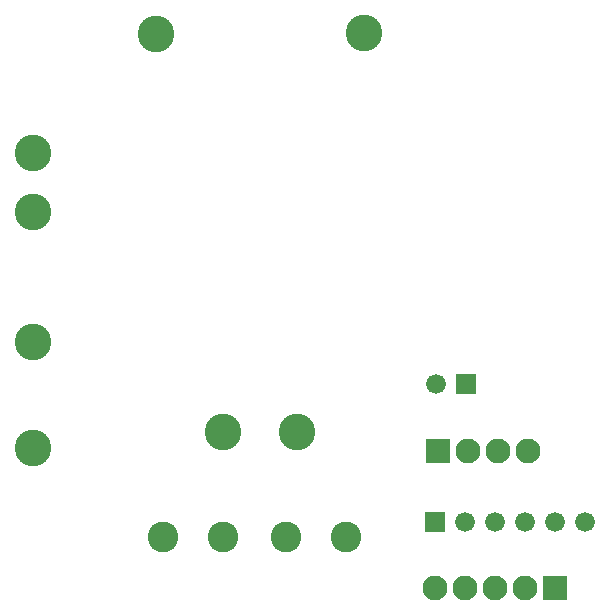
<source format=gbs>
G04 Layer: BottomSolderMaskLayer*
G04 EasyEDA v6.5.46, 2024-09-20 08:35:55*
G04 a7edf335d4994be98b658af7e20cc970,64d3660010d149859882a44b8c89f403,10*
G04 Gerber Generator version 0.2*
G04 Scale: 100 percent, Rotated: No, Reflected: No *
G04 Dimensions in millimeters *
G04 leading zeros omitted , absolute positions ,4 integer and 5 decimal *
%FSLAX45Y45*%
%MOMM*%

%AMMACRO1*4,1,8,-0.8085,-0.8382,-0.8382,-0.8084,-0.8382,0.8085,-0.8085,0.8382,0.8084,0.8382,0.8382,0.8085,0.8382,-0.8084,0.8084,-0.8382,-0.8085,-0.8382,0*%
%AMMACRO2*4,1,8,-1.0211,-1.0508,-1.0508,-1.021,-1.0508,1.0211,-1.0211,1.0508,1.021,1.0508,1.0508,1.0211,1.0508,-1.021,1.021,-1.0508,-1.0211,-1.0508,0*%
%ADD10MACRO1*%
%ADD11C,1.6764*%
%ADD12C,2.6016*%
%ADD13C,3.1016*%
%ADD14MACRO2*%
%ADD15C,2.1016*%

%LPD*%
D10*
G01*
X-228600Y-1193797D03*
D11*
G01*
X-482600Y-1193800D03*
G01*
X774700Y-2362200D03*
G01*
X520700Y-2362200D03*
G01*
X266700Y-2362200D03*
G01*
X12700Y-2362200D03*
G01*
X-241300Y-2362200D03*
D10*
G01*
X-495300Y-2362194D03*
D12*
G01*
X-2286000Y-2489200D03*
G01*
X-2794000Y-2489200D03*
G01*
X-1244600Y-2489200D03*
G01*
X-1752600Y-2489200D03*
D13*
G01*
X-3898900Y-1739900D03*
G01*
X-3898900Y-839978D03*
G01*
X-3898900Y260096D03*
G01*
X-3898900Y760221D03*
G01*
X-2286000Y-1600200D03*
G01*
X-1663700Y-1600200D03*
G01*
X-2857500Y1765300D03*
G01*
X-1092200Y1778000D03*
D14*
G01*
X-469900Y-1765297D03*
D15*
G01*
X-215900Y-1765300D03*
G01*
X38100Y-1765300D03*
G01*
X292100Y-1765300D03*
G01*
X-495300Y-2921000D03*
G01*
X-241300Y-2921000D03*
G01*
X12700Y-2921000D03*
G01*
X266700Y-2921000D03*
D14*
G01*
X520699Y-2920994D03*
M02*

</source>
